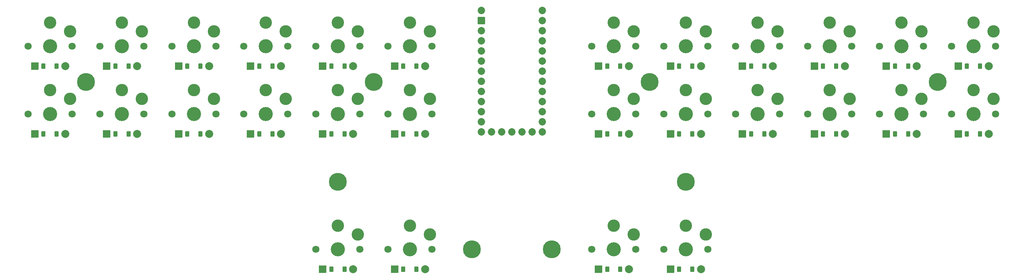
<source format=gbr>
%TF.GenerationSoftware,KiCad,Pcbnew,9.0.0*%
%TF.CreationDate,2025-03-17T14:32:25+01:00*%
%TF.ProjectId,pcb,7063622e-6b69-4636-9164-5f7063625858,v1.0.0*%
%TF.SameCoordinates,Original*%
%TF.FileFunction,Soldermask,Top*%
%TF.FilePolarity,Negative*%
%FSLAX46Y46*%
G04 Gerber Fmt 4.6, Leading zero omitted, Abs format (unit mm)*
G04 Created by KiCad (PCBNEW 9.0.0) date 2025-03-17 14:32:25*
%MOMM*%
%LPD*%
G01*
G04 APERTURE LIST*
G04 Aperture macros list*
%AMRoundRect*
0 Rectangle with rounded corners*
0 $1 Rounding radius*
0 $2 $3 $4 $5 $6 $7 $8 $9 X,Y pos of 4 corners*
0 Add a 4 corners polygon primitive as box body*
4,1,4,$2,$3,$4,$5,$6,$7,$8,$9,$2,$3,0*
0 Add four circle primitives for the rounded corners*
1,1,$1+$1,$2,$3*
1,1,$1+$1,$4,$5*
1,1,$1+$1,$6,$7*
1,1,$1+$1,$8,$9*
0 Add four rect primitives between the rounded corners*
20,1,$1+$1,$2,$3,$4,$5,0*
20,1,$1+$1,$4,$5,$6,$7,0*
20,1,$1+$1,$6,$7,$8,$9,0*
20,1,$1+$1,$8,$9,$2,$3,0*%
G04 Aperture macros list end*
%ADD10C,3.529000*%
%ADD11C,1.801800*%
%ADD12C,3.100000*%
%ADD13RoundRect,0.050000X-0.450000X-0.600000X0.450000X-0.600000X0.450000X0.600000X-0.450000X0.600000X0*%
%ADD14RoundRect,0.050000X-0.889000X-0.889000X0.889000X-0.889000X0.889000X0.889000X-0.889000X0.889000X0*%
%ADD15C,2.005000*%
%ADD16C,1.852600*%
%ADD17RoundRect,0.050000X-0.876300X0.876300X-0.876300X-0.876300X0.876300X-0.876300X0.876300X0.876300X0*%
%ADD18C,4.500000*%
%ADD19C,0.800000*%
G04 APERTURE END LIST*
D10*
%TO.C,S1*%
X100000000Y-100000000D03*
D11*
X105500000Y-100000000D03*
X94500000Y-100000000D03*
D12*
X105000000Y-96250000D03*
X100000000Y-94050000D03*
%TD*%
D10*
%TO.C,S2*%
X100000000Y-83000000D03*
D11*
X105500000Y-83000000D03*
X94500000Y-83000000D03*
D12*
X105000000Y-79250000D03*
X100000000Y-77050000D03*
%TD*%
D10*
%TO.C,S3*%
X118000000Y-100000000D03*
D11*
X123500000Y-100000000D03*
X112500000Y-100000000D03*
D12*
X123000000Y-96250000D03*
X118000000Y-94050000D03*
%TD*%
D10*
%TO.C,S4*%
X118000000Y-83000000D03*
D11*
X123500000Y-83000000D03*
X112500000Y-83000000D03*
D12*
X123000000Y-79250000D03*
X118000000Y-77050000D03*
%TD*%
D10*
%TO.C,S5*%
X136000000Y-100000000D03*
D11*
X141500000Y-100000000D03*
X130500000Y-100000000D03*
D12*
X141000000Y-96250000D03*
X136000000Y-94050000D03*
%TD*%
D10*
%TO.C,S6*%
X136000000Y-83000000D03*
D11*
X141500000Y-83000000D03*
X130500000Y-83000000D03*
D12*
X141000000Y-79250000D03*
X136000000Y-77050000D03*
%TD*%
D10*
%TO.C,S7*%
X154000000Y-100000000D03*
D11*
X159500000Y-100000000D03*
X148500000Y-100000000D03*
D12*
X159000000Y-96250000D03*
X154000000Y-94050000D03*
%TD*%
D10*
%TO.C,S8*%
X154000000Y-83000000D03*
D11*
X159500000Y-83000000D03*
X148500000Y-83000000D03*
D12*
X159000000Y-79250000D03*
X154000000Y-77050000D03*
%TD*%
D10*
%TO.C,S9*%
X172000000Y-100000000D03*
D11*
X177500000Y-100000000D03*
X166500000Y-100000000D03*
D12*
X177000000Y-96250000D03*
X172000000Y-94050000D03*
%TD*%
D10*
%TO.C,S10*%
X172000000Y-83000000D03*
D11*
X177500000Y-83000000D03*
X166500000Y-83000000D03*
D12*
X177000000Y-79250000D03*
X172000000Y-77050000D03*
%TD*%
D10*
%TO.C,S11*%
X190000000Y-100000000D03*
D11*
X195500000Y-100000000D03*
X184500000Y-100000000D03*
D12*
X195000000Y-96250000D03*
X190000000Y-94050000D03*
%TD*%
D10*
%TO.C,S12*%
X190000000Y-83000000D03*
D11*
X195500000Y-83000000D03*
X184500000Y-83000000D03*
D12*
X195000000Y-79250000D03*
X190000000Y-77050000D03*
%TD*%
D10*
%TO.C,S13*%
X241000000Y-100000000D03*
D11*
X246500000Y-100000000D03*
X235500000Y-100000000D03*
D12*
X246000000Y-96250000D03*
X241000000Y-94050000D03*
%TD*%
D10*
%TO.C,S14*%
X241000000Y-83000000D03*
D11*
X246500000Y-83000000D03*
X235500000Y-83000000D03*
D12*
X246000000Y-79250000D03*
X241000000Y-77050000D03*
%TD*%
D10*
%TO.C,S15*%
X259000000Y-100000000D03*
D11*
X264500000Y-100000000D03*
X253500000Y-100000000D03*
D12*
X264000000Y-96250000D03*
X259000000Y-94050000D03*
%TD*%
D10*
%TO.C,S16*%
X259000000Y-83000000D03*
D11*
X264500000Y-83000000D03*
X253500000Y-83000000D03*
D12*
X264000000Y-79250000D03*
X259000000Y-77050000D03*
%TD*%
D10*
%TO.C,S17*%
X277000000Y-100000000D03*
D11*
X282500000Y-100000000D03*
X271500000Y-100000000D03*
D12*
X282000000Y-96250000D03*
X277000000Y-94050000D03*
%TD*%
D10*
%TO.C,S18*%
X277000000Y-83000000D03*
D11*
X282500000Y-83000000D03*
X271500000Y-83000000D03*
D12*
X282000000Y-79250000D03*
X277000000Y-77050000D03*
%TD*%
D10*
%TO.C,S19*%
X295000000Y-100000000D03*
D11*
X300500000Y-100000000D03*
X289500000Y-100000000D03*
D12*
X300000000Y-96250000D03*
X295000000Y-94050000D03*
%TD*%
D10*
%TO.C,S20*%
X295000000Y-83000000D03*
D11*
X300500000Y-83000000D03*
X289500000Y-83000000D03*
D12*
X300000000Y-79250000D03*
X295000000Y-77050000D03*
%TD*%
D10*
%TO.C,S21*%
X313000000Y-100000000D03*
D11*
X318500000Y-100000000D03*
X307500000Y-100000000D03*
D12*
X318000000Y-96250000D03*
X313000000Y-94050000D03*
%TD*%
D10*
%TO.C,S22*%
X313000000Y-83000000D03*
D11*
X318500000Y-83000000D03*
X307500000Y-83000000D03*
D12*
X318000000Y-79250000D03*
X313000000Y-77050000D03*
%TD*%
D10*
%TO.C,S23*%
X331000000Y-100000000D03*
D11*
X336500000Y-100000000D03*
X325500000Y-100000000D03*
D12*
X336000000Y-96250000D03*
X331000000Y-94050000D03*
%TD*%
D10*
%TO.C,S24*%
X331000000Y-83000000D03*
D11*
X336500000Y-83000000D03*
X325500000Y-83000000D03*
D12*
X336000000Y-79250000D03*
X331000000Y-77050000D03*
%TD*%
D10*
%TO.C,S25*%
X172000000Y-134000000D03*
D11*
X177500000Y-134000000D03*
X166500000Y-134000000D03*
D12*
X177000000Y-130250000D03*
X172000000Y-128050000D03*
%TD*%
D10*
%TO.C,S26*%
X190000000Y-134000000D03*
D11*
X195500000Y-134000000D03*
X184500000Y-134000000D03*
D12*
X195000000Y-130250000D03*
X190000000Y-128050000D03*
%TD*%
D10*
%TO.C,S27*%
X241000000Y-134000000D03*
D11*
X246500000Y-134000000D03*
X235500000Y-134000000D03*
D12*
X246000000Y-130250000D03*
X241000000Y-128050000D03*
%TD*%
D10*
%TO.C,S28*%
X259000000Y-134000000D03*
D11*
X264500000Y-134000000D03*
X253500000Y-134000000D03*
D12*
X264000000Y-130250000D03*
X259000000Y-128050000D03*
%TD*%
D13*
%TO.C,D1*%
X98350000Y-105000000D03*
X101650000Y-105000000D03*
D14*
X96190000Y-105000000D03*
D15*
X103810000Y-105000000D03*
%TD*%
D13*
%TO.C,D2*%
X98350000Y-88000000D03*
X101650000Y-88000000D03*
D14*
X96190000Y-88000000D03*
D15*
X103810000Y-88000000D03*
%TD*%
D13*
%TO.C,D3*%
X116350000Y-105000000D03*
X119650000Y-105000000D03*
D14*
X114190000Y-105000000D03*
D15*
X121810000Y-105000000D03*
%TD*%
D13*
%TO.C,D4*%
X116350000Y-88000000D03*
X119650000Y-88000000D03*
D14*
X114190000Y-88000000D03*
D15*
X121810000Y-88000000D03*
%TD*%
D13*
%TO.C,D5*%
X134350000Y-105000000D03*
X137650000Y-105000000D03*
D14*
X132190000Y-105000000D03*
D15*
X139810000Y-105000000D03*
%TD*%
D13*
%TO.C,D6*%
X134350000Y-88000000D03*
X137650000Y-88000000D03*
D14*
X132190000Y-88000000D03*
D15*
X139810000Y-88000000D03*
%TD*%
D13*
%TO.C,D7*%
X152350000Y-105000000D03*
X155650000Y-105000000D03*
D14*
X150190000Y-105000000D03*
D15*
X157810000Y-105000000D03*
%TD*%
D13*
%TO.C,D8*%
X152350000Y-88000000D03*
X155650000Y-88000000D03*
D14*
X150190000Y-88000000D03*
D15*
X157810000Y-88000000D03*
%TD*%
D13*
%TO.C,D9*%
X170350000Y-105000000D03*
X173650000Y-105000000D03*
D14*
X168190000Y-105000000D03*
D15*
X175810000Y-105000000D03*
%TD*%
D13*
%TO.C,D10*%
X170350000Y-88000000D03*
X173650000Y-88000000D03*
D14*
X168190000Y-88000000D03*
D15*
X175810000Y-88000000D03*
%TD*%
D13*
%TO.C,D11*%
X188350000Y-105000000D03*
X191650000Y-105000000D03*
D14*
X186190000Y-105000000D03*
D15*
X193810000Y-105000000D03*
%TD*%
D13*
%TO.C,D12*%
X188350000Y-88000000D03*
X191650000Y-88000000D03*
D14*
X186190000Y-88000000D03*
D15*
X193810000Y-88000000D03*
%TD*%
D13*
%TO.C,D13*%
X239350000Y-105000000D03*
X242650000Y-105000000D03*
D14*
X237190000Y-105000000D03*
D15*
X244810000Y-105000000D03*
%TD*%
D13*
%TO.C,D14*%
X239350000Y-88000000D03*
X242650000Y-88000000D03*
D14*
X237190000Y-88000000D03*
D15*
X244810000Y-88000000D03*
%TD*%
D13*
%TO.C,D15*%
X257350000Y-105000000D03*
X260650000Y-105000000D03*
D14*
X255190000Y-105000000D03*
D15*
X262810000Y-105000000D03*
%TD*%
D13*
%TO.C,D16*%
X257350000Y-88000000D03*
X260650000Y-88000000D03*
D14*
X255190000Y-88000000D03*
D15*
X262810000Y-88000000D03*
%TD*%
D13*
%TO.C,D17*%
X275350000Y-105000000D03*
X278650000Y-105000000D03*
D14*
X273190000Y-105000000D03*
D15*
X280810000Y-105000000D03*
%TD*%
D13*
%TO.C,D18*%
X275350000Y-88000000D03*
X278650000Y-88000000D03*
D14*
X273190000Y-88000000D03*
D15*
X280810000Y-88000000D03*
%TD*%
D13*
%TO.C,D19*%
X293350000Y-105000000D03*
X296650000Y-105000000D03*
D14*
X291190000Y-105000000D03*
D15*
X298810000Y-105000000D03*
%TD*%
D13*
%TO.C,D20*%
X293350000Y-88000000D03*
X296650000Y-88000000D03*
D14*
X291190000Y-88000000D03*
D15*
X298810000Y-88000000D03*
%TD*%
D13*
%TO.C,D21*%
X311350000Y-105000000D03*
X314650000Y-105000000D03*
D14*
X309190000Y-105000000D03*
D15*
X316810000Y-105000000D03*
%TD*%
D13*
%TO.C,D22*%
X311350000Y-88000000D03*
X314650000Y-88000000D03*
D14*
X309190000Y-88000000D03*
D15*
X316810000Y-88000000D03*
%TD*%
D13*
%TO.C,D23*%
X329350000Y-105000000D03*
X332650000Y-105000000D03*
D14*
X327190000Y-105000000D03*
D15*
X334810000Y-105000000D03*
%TD*%
D13*
%TO.C,D24*%
X329350000Y-88000000D03*
X332650000Y-88000000D03*
D14*
X327190000Y-88000000D03*
D15*
X334810000Y-88000000D03*
%TD*%
D13*
%TO.C,D25*%
X170350000Y-139000000D03*
X173650000Y-139000000D03*
D14*
X168190000Y-139000000D03*
D15*
X175810000Y-139000000D03*
%TD*%
D13*
%TO.C,D26*%
X188350000Y-139000000D03*
X191650000Y-139000000D03*
D14*
X186190000Y-139000000D03*
D15*
X193810000Y-139000000D03*
%TD*%
D13*
%TO.C,D27*%
X239350000Y-139000000D03*
X242650000Y-139000000D03*
D14*
X237190000Y-139000000D03*
D15*
X244810000Y-139000000D03*
%TD*%
D13*
%TO.C,D28*%
X257350000Y-139000000D03*
X260650000Y-139000000D03*
D14*
X255190000Y-139000000D03*
D15*
X262810000Y-139000000D03*
%TD*%
D16*
%TO.C,MCU1*%
X207880000Y-73990000D03*
D17*
X207880000Y-76530000D03*
D16*
X207880000Y-79070000D03*
X207880000Y-81610000D03*
X207880000Y-84150000D03*
X207880000Y-86690000D03*
X207880000Y-89230000D03*
X207880000Y-91770000D03*
X207880000Y-94310000D03*
X207880000Y-96850000D03*
X207880000Y-99390000D03*
X207880000Y-101930000D03*
X207880000Y-104470000D03*
X220580000Y-104470000D03*
X218040000Y-104470000D03*
X215500000Y-104470000D03*
X212960000Y-104470000D03*
X210420000Y-104470000D03*
X223120000Y-73990000D03*
X223120000Y-76530000D03*
X223120000Y-79070000D03*
X223120000Y-81610000D03*
X223120000Y-84150000D03*
X223120000Y-86690000D03*
X223120000Y-89230000D03*
X223120000Y-91770000D03*
X223120000Y-94310000D03*
X223120000Y-96850000D03*
X223120000Y-99390000D03*
X223120000Y-101930000D03*
X223120000Y-104470000D03*
%TD*%
D18*
%TO.C,_1*%
X109000000Y-92000000D03*
D19*
X110629630Y-92000000D03*
X110152322Y-93152322D03*
X109000000Y-93629630D03*
X107847678Y-93152322D03*
X107370370Y-92000000D03*
X107847678Y-90847678D03*
X109000000Y-90370370D03*
X110152322Y-90847678D03*
%TD*%
D18*
%TO.C,_2*%
X181000000Y-92000000D03*
D19*
X182629630Y-92000000D03*
X182152322Y-93152322D03*
X181000000Y-93629630D03*
X179847678Y-93152322D03*
X179370370Y-92000000D03*
X179847678Y-90847678D03*
X181000000Y-90370370D03*
X182152322Y-90847678D03*
%TD*%
D18*
%TO.C,_3*%
X250000000Y-92000000D03*
D19*
X251629630Y-92000000D03*
X251152322Y-93152322D03*
X250000000Y-93629630D03*
X248847678Y-93152322D03*
X248370370Y-92000000D03*
X248847678Y-90847678D03*
X250000000Y-90370370D03*
X251152322Y-90847678D03*
%TD*%
D18*
%TO.C,_4*%
X322000000Y-92000000D03*
D19*
X323629630Y-92000000D03*
X323152322Y-93152322D03*
X322000000Y-93629630D03*
X320847678Y-93152322D03*
X320370370Y-92000000D03*
X320847678Y-90847678D03*
X322000000Y-90370370D03*
X323152322Y-90847678D03*
%TD*%
D18*
%TO.C,_5*%
X172000000Y-117000000D03*
D19*
X173629630Y-117000000D03*
X173152322Y-118152322D03*
X172000000Y-118629630D03*
X170847678Y-118152322D03*
X170370370Y-117000000D03*
X170847678Y-115847678D03*
X172000000Y-115370370D03*
X173152322Y-115847678D03*
%TD*%
D18*
%TO.C,_6*%
X259000000Y-117000000D03*
D19*
X260629630Y-117000000D03*
X260152322Y-118152322D03*
X259000000Y-118629630D03*
X257847678Y-118152322D03*
X257370370Y-117000000D03*
X257847678Y-115847678D03*
X259000000Y-115370370D03*
X260152322Y-115847678D03*
%TD*%
D18*
%TO.C,_7*%
X205500000Y-134000000D03*
D19*
X207129630Y-134000000D03*
X206652322Y-135152322D03*
X205500000Y-135629630D03*
X204347678Y-135152322D03*
X203870370Y-134000000D03*
X204347678Y-132847678D03*
X205500000Y-132370370D03*
X206652322Y-132847678D03*
%TD*%
D18*
%TO.C,_8*%
X225500000Y-134000000D03*
D19*
X227129630Y-134000000D03*
X226652322Y-135152322D03*
X225500000Y-135629630D03*
X224347678Y-135152322D03*
X223870370Y-134000000D03*
X224347678Y-132847678D03*
X225500000Y-132370370D03*
X226652322Y-132847678D03*
%TD*%
M02*

</source>
